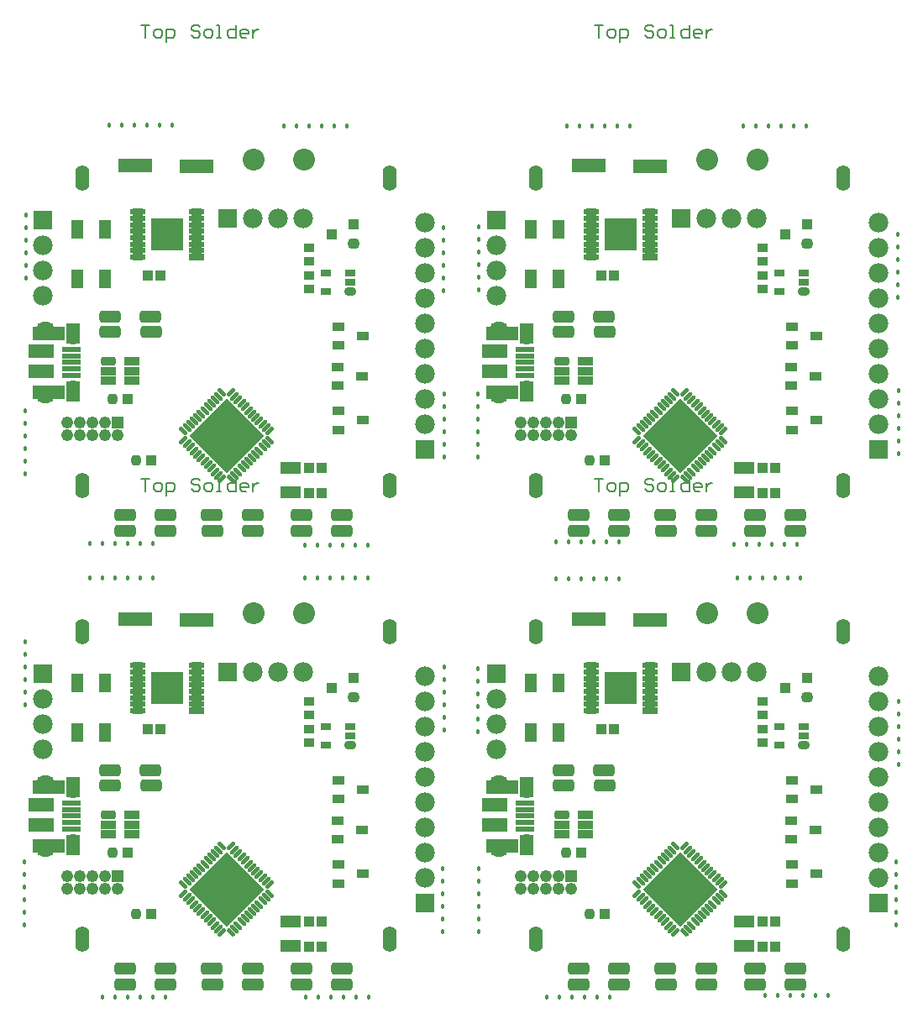
<source format=gts>
G04 Layer_Color=8388736*
%FSLAX25Y25*%
%MOIN*%
G70*
G01*
G75*
%ADD43C,0.00800*%
%ADD71R,0.04343X0.03950*%
G04:AMPARAMS|DCode=72|XSize=39.5mil|YSize=43.43mil|CornerRadius=11.87mil|HoleSize=0mil|Usage=FLASHONLY|Rotation=270.000|XOffset=0mil|YOffset=0mil|HoleType=Round|Shape=RoundedRectangle|*
%AMROUNDEDRECTD72*
21,1,0.03950,0.01969,0,0,270.0*
21,1,0.01575,0.04343,0,0,270.0*
1,1,0.02375,-0.00984,-0.00787*
1,1,0.02375,-0.00984,0.00787*
1,1,0.02375,0.00984,0.00787*
1,1,0.02375,0.00984,-0.00787*
%
%ADD72ROUNDEDRECTD72*%
%ADD73R,0.07887X0.04737*%
%ADD74R,0.04147X0.03950*%
%ADD75R,0.07690X0.02375*%
%ADD76R,0.10249X0.05524*%
%ADD77R,0.13005X0.05524*%
%ADD78R,0.05524X0.07887*%
G04:AMPARAMS|DCode=79|XSize=39.5mil|YSize=39.5mil|CornerRadius=11.87mil|HoleSize=0mil|Usage=FLASHONLY|Rotation=90.000|XOffset=0mil|YOffset=0mil|HoleType=Round|Shape=RoundedRectangle|*
%AMROUNDEDRECTD79*
21,1,0.03950,0.01575,0,0,90.0*
21,1,0.01575,0.03950,0,0,90.0*
1,1,0.02375,0.00787,0.00787*
1,1,0.02375,0.00787,-0.00787*
1,1,0.02375,-0.00787,-0.00787*
1,1,0.02375,-0.00787,0.00787*
%
%ADD79ROUNDEDRECTD79*%
%ADD80R,0.03950X0.03950*%
G04:AMPARAMS|DCode=81|XSize=35.56mil|YSize=59.18mil|CornerRadius=10.89mil|HoleSize=0mil|Usage=FLASHONLY|Rotation=90.000|XOffset=0mil|YOffset=0mil|HoleType=Round|Shape=RoundedRectangle|*
%AMROUNDEDRECTD81*
21,1,0.03556,0.03740,0,0,90.0*
21,1,0.01378,0.05918,0,0,90.0*
1,1,0.02178,0.01870,0.00689*
1,1,0.02178,0.01870,-0.00689*
1,1,0.02178,-0.01870,-0.00689*
1,1,0.02178,-0.01870,0.00689*
%
%ADD81ROUNDEDRECTD81*%
%ADD82R,0.05918X0.03556*%
G04:AMPARAMS|DCode=83|XSize=31.62mil|YSize=43.43mil|CornerRadius=9.91mil|HoleSize=0mil|Usage=FLASHONLY|Rotation=270.000|XOffset=0mil|YOffset=0mil|HoleType=Round|Shape=RoundedRectangle|*
%AMROUNDEDRECTD83*
21,1,0.03162,0.02362,0,0,270.0*
21,1,0.01181,0.04343,0,0,270.0*
1,1,0.01981,-0.01181,-0.00591*
1,1,0.01981,-0.01181,0.00591*
1,1,0.01981,0.01181,0.00591*
1,1,0.01981,0.01181,-0.00591*
%
%ADD83ROUNDEDRECTD83*%
%ADD84R,0.04343X0.03162*%
%ADD85R,0.04343X0.03753*%
G04:AMPARAMS|DCode=86|XSize=86.74mil|YSize=47.37mil|CornerRadius=13.84mil|HoleSize=0mil|Usage=FLASHONLY|Rotation=0.000|XOffset=0mil|YOffset=0mil|HoleType=Round|Shape=RoundedRectangle|*
%AMROUNDEDRECTD86*
21,1,0.08674,0.01969,0,0,0.0*
21,1,0.05906,0.04737,0,0,0.0*
1,1,0.02769,0.02953,-0.00984*
1,1,0.02769,-0.02953,-0.00984*
1,1,0.02769,-0.02953,0.00984*
1,1,0.02769,0.02953,0.00984*
%
%ADD86ROUNDEDRECTD86*%
%ADD87P,0.29805X4X180.0*%
G04:AMPARAMS|DCode=88|XSize=17.84mil|YSize=41.47mil|CornerRadius=0mil|HoleSize=0mil|Usage=FLASHONLY|Rotation=135.000|XOffset=0mil|YOffset=0mil|HoleType=Round|Shape=Round|*
%AMOVALD88*
21,1,0.02362,0.01784,0.00000,0.00000,225.0*
1,1,0.01784,0.00835,0.00835*
1,1,0.01784,-0.00835,-0.00835*
%
%ADD88OVALD88*%

G04:AMPARAMS|DCode=89|XSize=17.84mil|YSize=43.43mil|CornerRadius=0mil|HoleSize=0mil|Usage=FLASHONLY|Rotation=135.000|XOffset=0mil|YOffset=0mil|HoleType=Round|Shape=Round|*
%AMOVALD89*
21,1,0.02559,0.01784,0.00000,0.00000,225.0*
1,1,0.01784,0.00905,0.00905*
1,1,0.01784,-0.00905,-0.00905*
%
%ADD89OVALD89*%

G04:AMPARAMS|DCode=90|XSize=17.84mil|YSize=41.47mil|CornerRadius=0mil|HoleSize=0mil|Usage=FLASHONLY|Rotation=225.000|XOffset=0mil|YOffset=0mil|HoleType=Round|Shape=Round|*
%AMOVALD90*
21,1,0.02362,0.01784,0.00000,0.00000,315.0*
1,1,0.01784,-0.00835,0.00835*
1,1,0.01784,0.00835,-0.00835*
%
%ADD90OVALD90*%

G04:AMPARAMS|DCode=91|XSize=17.84mil|YSize=43.43mil|CornerRadius=0mil|HoleSize=0mil|Usage=FLASHONLY|Rotation=225.000|XOffset=0mil|YOffset=0mil|HoleType=Round|Shape=Round|*
%AMOVALD91*
21,1,0.02559,0.01784,0.00000,0.00000,315.0*
1,1,0.01784,-0.00905,0.00905*
1,1,0.01784,0.00905,-0.00905*
%
%ADD91OVALD91*%

G04:AMPARAMS|DCode=92|XSize=17.84mil|YSize=41.47mil|CornerRadius=6.46mil|HoleSize=0mil|Usage=FLASHONLY|Rotation=225.000|XOffset=0mil|YOffset=0mil|HoleType=Round|Shape=RoundedRectangle|*
%AMROUNDEDRECTD92*
21,1,0.01784,0.02854,0,0,225.0*
21,1,0.00492,0.04147,0,0,225.0*
1,1,0.01292,-0.01183,0.00835*
1,1,0.01292,-0.00835,0.01183*
1,1,0.01292,0.01183,-0.00835*
1,1,0.01292,0.00835,-0.01183*
%
%ADD92ROUNDEDRECTD92*%
%ADD93R,0.04737X0.07493*%
%ADD94R,0.12611X0.12611*%
%ADD95O,0.06312X0.02572*%
%ADD96R,0.06312X0.02572*%
%ADD97R,0.04540X0.03556*%
%ADD98R,0.13300X0.05300*%
%ADD99C,0.01800*%
%ADD100O,0.05524X0.10249*%
%ADD101O,0.06902X0.04343*%
%ADD102O,0.04540X0.05721*%
%ADD103C,0.07800*%
%ADD104R,0.07800X0.07800*%
%ADD105C,0.04800*%
%ADD106R,0.04800X0.04800*%
%ADD107R,0.07800X0.07800*%
%ADD108C,0.08674*%
D43*
X171120Y329692D02*
X174452D01*
X172786D01*
Y324694D01*
X176951D02*
X178617D01*
X179450Y325527D01*
Y327193D01*
X178617Y328026D01*
X176951D01*
X176118Y327193D01*
Y325527D01*
X176951Y324694D01*
X181116Y323028D02*
Y328026D01*
X183616D01*
X184449Y327193D01*
Y325527D01*
X183616Y324694D01*
X181116D01*
X194446Y328859D02*
X193612Y329692D01*
X191946D01*
X191113Y328859D01*
Y328026D01*
X191946Y327193D01*
X193612D01*
X194446Y326360D01*
Y325527D01*
X193612Y324694D01*
X191946D01*
X191113Y325527D01*
X196945Y324694D02*
X198611D01*
X199444Y325527D01*
Y327193D01*
X198611Y328026D01*
X196945D01*
X196112Y327193D01*
Y325527D01*
X196945Y324694D01*
X201110D02*
X202776D01*
X201943D01*
Y329692D01*
X201110D01*
X208608D02*
Y324694D01*
X206108D01*
X205275Y325527D01*
Y327193D01*
X206108Y328026D01*
X208608D01*
X212773Y324694D02*
X211107D01*
X210274Y325527D01*
Y327193D01*
X211107Y328026D01*
X212773D01*
X213606Y327193D01*
Y326360D01*
X210274D01*
X215272Y328026D02*
Y324694D01*
Y326360D01*
X216105Y327193D01*
X216938Y328026D01*
X217771D01*
X351120Y329692D02*
X354452D01*
X352786D01*
Y324694D01*
X356951D02*
X358617D01*
X359450Y325527D01*
Y327193D01*
X358617Y328026D01*
X356951D01*
X356118Y327193D01*
Y325527D01*
X356951Y324694D01*
X361116Y323028D02*
Y328026D01*
X363616D01*
X364449Y327193D01*
Y325527D01*
X363616Y324694D01*
X361116D01*
X374446Y328859D02*
X373612Y329692D01*
X371946D01*
X371113Y328859D01*
Y328026D01*
X371946Y327193D01*
X373612D01*
X374446Y326360D01*
Y325527D01*
X373612Y324694D01*
X371946D01*
X371113Y325527D01*
X376945Y324694D02*
X378611D01*
X379444Y325527D01*
Y327193D01*
X378611Y328026D01*
X376945D01*
X376112Y327193D01*
Y325527D01*
X376945Y324694D01*
X381110D02*
X382776D01*
X381943D01*
Y329692D01*
X381110D01*
X388608D02*
Y324694D01*
X386108D01*
X385275Y325527D01*
Y327193D01*
X386108Y328026D01*
X388608D01*
X392773Y324694D02*
X391107D01*
X390274Y325527D01*
Y327193D01*
X391107Y328026D01*
X392773D01*
X393606Y327193D01*
Y326360D01*
X390274D01*
X395272Y328026D02*
Y324694D01*
Y326360D01*
X396105Y327193D01*
X396938Y328026D01*
X397771D01*
X171120Y509692D02*
X174452D01*
X172786D01*
Y504694D01*
X176951D02*
X178617D01*
X179450Y505527D01*
Y507193D01*
X178617Y508026D01*
X176951D01*
X176118Y507193D01*
Y505527D01*
X176951Y504694D01*
X181116Y503028D02*
Y508026D01*
X183616D01*
X184449Y507193D01*
Y505527D01*
X183616Y504694D01*
X181116D01*
X194446Y508859D02*
X193612Y509692D01*
X191946D01*
X191113Y508859D01*
Y508026D01*
X191946Y507193D01*
X193612D01*
X194446Y506360D01*
Y505527D01*
X193612Y504694D01*
X191946D01*
X191113Y505527D01*
X196945Y504694D02*
X198611D01*
X199444Y505527D01*
Y507193D01*
X198611Y508026D01*
X196945D01*
X196112Y507193D01*
Y505527D01*
X196945Y504694D01*
X201110D02*
X202776D01*
X201943D01*
Y509692D01*
X201110D01*
X208608D02*
Y504694D01*
X206108D01*
X205275Y505527D01*
Y507193D01*
X206108Y508026D01*
X208608D01*
X212773Y504694D02*
X211107D01*
X210274Y505527D01*
Y507193D01*
X211107Y508026D01*
X212773D01*
X213606Y507193D01*
Y506360D01*
X210274D01*
X215272Y508026D02*
Y504694D01*
Y506360D01*
X216105Y507193D01*
X216938Y508026D01*
X217771D01*
X351120Y509692D02*
X354452D01*
X352786D01*
Y504694D01*
X356951D02*
X358617D01*
X359450Y505527D01*
Y507193D01*
X358617Y508026D01*
X356951D01*
X356118Y507193D01*
Y505527D01*
X356951Y504694D01*
X361116Y503028D02*
Y508026D01*
X363616D01*
X364449Y507193D01*
Y505527D01*
X363616Y504694D01*
X361116D01*
X374446Y508859D02*
X373612Y509692D01*
X371946D01*
X371113Y508859D01*
Y508026D01*
X371946Y507193D01*
X373612D01*
X374446Y506360D01*
Y505527D01*
X373612Y504694D01*
X371946D01*
X371113Y505527D01*
X376945Y504694D02*
X378611D01*
X379444Y505527D01*
Y507193D01*
X378611Y508026D01*
X376945D01*
X376112Y507193D01*
Y505527D01*
X376945Y504694D01*
X381110D02*
X382776D01*
X381943D01*
Y509692D01*
X381110D01*
X388608D02*
Y504694D01*
X386108D01*
X385275Y505527D01*
Y507193D01*
X386108Y508026D01*
X388608D01*
X392773Y504694D02*
X391107D01*
X390274Y505527D01*
Y507193D01*
X391107Y508026D01*
X392773D01*
X393606Y507193D01*
Y506360D01*
X390274D01*
X395272Y508026D02*
Y504694D01*
Y506360D01*
X396105Y507193D01*
X396938Y508026D01*
X397771D01*
D71*
X246583Y246681D02*
D03*
X255244Y250618D02*
D03*
X426583Y246681D02*
D03*
X435244Y250618D02*
D03*
X246583Y426681D02*
D03*
X255244Y430618D02*
D03*
X426583Y426681D02*
D03*
X435244Y430618D02*
D03*
D72*
X255244Y242744D02*
D03*
X435244D02*
D03*
X255244Y422744D02*
D03*
X435244D02*
D03*
D73*
X230157Y154000D02*
D03*
Y144157D02*
D03*
X410157Y154000D02*
D03*
Y144157D02*
D03*
X230157Y334000D02*
D03*
Y324157D02*
D03*
X410157Y334000D02*
D03*
Y324157D02*
D03*
D74*
X178705Y230244D02*
D03*
X173783D02*
D03*
X242618Y144000D02*
D03*
X237697D02*
D03*
X242618Y154000D02*
D03*
X237697D02*
D03*
X358705Y230244D02*
D03*
X353783D02*
D03*
X422618Y144000D02*
D03*
X417697D02*
D03*
X422618Y154000D02*
D03*
X417697D02*
D03*
X178705Y410244D02*
D03*
X173783D02*
D03*
X242618Y324000D02*
D03*
X237697D02*
D03*
X242618Y334000D02*
D03*
X237697D02*
D03*
X358705Y410244D02*
D03*
X353783D02*
D03*
X422618Y324000D02*
D03*
X417697D02*
D03*
X422618Y334000D02*
D03*
X417697D02*
D03*
D75*
X143244Y200862D02*
D03*
Y198303D02*
D03*
Y195744D02*
D03*
Y190626D02*
D03*
Y193185D02*
D03*
X323244Y200862D02*
D03*
Y198303D02*
D03*
Y195744D02*
D03*
Y190626D02*
D03*
Y193185D02*
D03*
X143244Y380862D02*
D03*
Y378303D02*
D03*
Y375744D02*
D03*
Y370626D02*
D03*
Y373185D02*
D03*
X323244Y380862D02*
D03*
Y378303D02*
D03*
Y375744D02*
D03*
Y370626D02*
D03*
Y373185D02*
D03*
D76*
X131433Y200075D02*
D03*
Y192201D02*
D03*
X311433Y200075D02*
D03*
Y192201D02*
D03*
X131433Y380075D02*
D03*
Y372201D02*
D03*
X311433Y380075D02*
D03*
Y372201D02*
D03*
D77*
X134344Y183944D02*
D03*
Y207244D02*
D03*
X314344Y183944D02*
D03*
Y207244D02*
D03*
X134344Y363944D02*
D03*
Y387244D02*
D03*
X314344Y363944D02*
D03*
Y387244D02*
D03*
D78*
X143944Y184344D02*
D03*
X144057Y207187D02*
D03*
X323944Y184344D02*
D03*
X324057Y207187D02*
D03*
X143944Y364344D02*
D03*
X144057Y387187D02*
D03*
X323944Y364344D02*
D03*
X324057Y387187D02*
D03*
D79*
X159744Y181244D02*
D03*
X169000Y157000D02*
D03*
X339744Y181244D02*
D03*
X349000Y157000D02*
D03*
X159744Y361244D02*
D03*
X169000Y337000D02*
D03*
X339744Y361244D02*
D03*
X349000Y337000D02*
D03*
D80*
X165650Y181244D02*
D03*
X174906Y157000D02*
D03*
X345650Y181244D02*
D03*
X354906Y157000D02*
D03*
X165650Y361244D02*
D03*
X174906Y337000D02*
D03*
X345650Y361244D02*
D03*
X354906Y337000D02*
D03*
D81*
X157920Y196084D02*
D03*
X337920D02*
D03*
X157920Y376084D02*
D03*
X337920D02*
D03*
D82*
X157920Y192344D02*
D03*
Y188604D02*
D03*
X167368D02*
D03*
Y192344D02*
D03*
Y196084D02*
D03*
X337920Y192344D02*
D03*
Y188604D02*
D03*
X347368D02*
D03*
Y192344D02*
D03*
Y196084D02*
D03*
X157920Y372344D02*
D03*
Y368604D02*
D03*
X167368D02*
D03*
Y372344D02*
D03*
Y376084D02*
D03*
X337920Y372344D02*
D03*
Y368604D02*
D03*
X347368D02*
D03*
Y372344D02*
D03*
Y376084D02*
D03*
D83*
X253824Y223760D02*
D03*
X433824D02*
D03*
X253824Y403760D02*
D03*
X433824D02*
D03*
D84*
X253824Y227500D02*
D03*
Y231240D02*
D03*
X244376D02*
D03*
Y223760D02*
D03*
X433824Y227500D02*
D03*
Y231240D02*
D03*
X424376D02*
D03*
Y223760D02*
D03*
X253824Y407500D02*
D03*
Y411240D02*
D03*
X244376D02*
D03*
Y403760D02*
D03*
X433824Y407500D02*
D03*
Y411240D02*
D03*
X424376D02*
D03*
Y403760D02*
D03*
D85*
X237600Y224843D02*
D03*
Y230157D02*
D03*
Y241157D02*
D03*
Y235843D02*
D03*
X417600Y224843D02*
D03*
Y230157D02*
D03*
Y241157D02*
D03*
Y235843D02*
D03*
X237600Y404843D02*
D03*
Y410157D02*
D03*
Y421157D02*
D03*
Y415843D02*
D03*
X417600Y404843D02*
D03*
Y410157D02*
D03*
Y421157D02*
D03*
Y415843D02*
D03*
D86*
X158744Y207744D02*
D03*
X174886D02*
D03*
X158744Y214043D02*
D03*
X174744D02*
D03*
X199244Y128945D02*
D03*
X215244D02*
D03*
X199102Y135244D02*
D03*
X215244D02*
D03*
X164744Y128945D02*
D03*
X180744D02*
D03*
X164602Y135244D02*
D03*
X180744D02*
D03*
X250744D02*
D03*
X234602D02*
D03*
X250744Y128945D02*
D03*
X234744D02*
D03*
X338744Y207744D02*
D03*
X354886D02*
D03*
X338744Y214043D02*
D03*
X354744D02*
D03*
X379244Y128945D02*
D03*
X395244D02*
D03*
X379102Y135244D02*
D03*
X395244D02*
D03*
X344744Y128945D02*
D03*
X360744D02*
D03*
X344602Y135244D02*
D03*
X360744D02*
D03*
X430744D02*
D03*
X414602D02*
D03*
X430744Y128945D02*
D03*
X414744D02*
D03*
X158744Y387744D02*
D03*
X174886D02*
D03*
X158744Y394043D02*
D03*
X174744D02*
D03*
X199244Y308945D02*
D03*
X215244D02*
D03*
X199102Y315244D02*
D03*
X215244D02*
D03*
X164744Y308945D02*
D03*
X180744D02*
D03*
X164602Y315244D02*
D03*
X180744D02*
D03*
X250744D02*
D03*
X234602D02*
D03*
X250744Y308945D02*
D03*
X234744D02*
D03*
X338744Y387744D02*
D03*
X354886D02*
D03*
X338744Y394043D02*
D03*
X354744D02*
D03*
X379244Y308945D02*
D03*
X395244D02*
D03*
X379102Y315244D02*
D03*
X395244D02*
D03*
X344744Y308945D02*
D03*
X360744D02*
D03*
X344602Y315244D02*
D03*
X360744D02*
D03*
X430744D02*
D03*
X414602D02*
D03*
X430744Y308945D02*
D03*
X414744D02*
D03*
D87*
X204900Y166600D02*
D03*
X384900D02*
D03*
X204900Y346600D02*
D03*
X384900D02*
D03*
D88*
X203091Y149479D02*
D03*
X187779Y164791D02*
D03*
X206709Y183721D02*
D03*
X222021Y168409D02*
D03*
X383091Y149479D02*
D03*
X367779Y164791D02*
D03*
X386709Y183721D02*
D03*
X402021Y168409D02*
D03*
X203091Y329479D02*
D03*
X187779Y344791D02*
D03*
X206709Y363721D02*
D03*
X222021Y348409D02*
D03*
X383091Y329479D02*
D03*
X367779Y344791D02*
D03*
X386709Y363721D02*
D03*
X402021Y348409D02*
D03*
D89*
X201768Y150941D02*
D03*
X200376Y152333D02*
D03*
X198984Y153725D02*
D03*
X197592Y155116D02*
D03*
X196200Y156508D02*
D03*
X194808Y157900D02*
D03*
X193416Y159292D02*
D03*
X192025Y160684D02*
D03*
X190633Y162076D02*
D03*
X189241Y163468D02*
D03*
X208032Y182259D02*
D03*
X209424Y180867D02*
D03*
X210816Y179475D02*
D03*
X212208Y178084D02*
D03*
X213600Y176692D02*
D03*
X214992Y175300D02*
D03*
X216384Y173908D02*
D03*
X217775Y172516D02*
D03*
X219167Y171124D02*
D03*
X220559Y169732D02*
D03*
X381768Y150941D02*
D03*
X380376Y152333D02*
D03*
X378984Y153725D02*
D03*
X377592Y155116D02*
D03*
X376200Y156508D02*
D03*
X374808Y157900D02*
D03*
X373416Y159292D02*
D03*
X372025Y160684D02*
D03*
X370633Y162076D02*
D03*
X369241Y163468D02*
D03*
X388032Y182259D02*
D03*
X389424Y180867D02*
D03*
X390816Y179475D02*
D03*
X392208Y178084D02*
D03*
X393600Y176692D02*
D03*
X394992Y175300D02*
D03*
X396384Y173908D02*
D03*
X397775Y172516D02*
D03*
X399167Y171124D02*
D03*
X400559Y169732D02*
D03*
X201768Y330941D02*
D03*
X200376Y332333D02*
D03*
X198984Y333725D02*
D03*
X197592Y335116D02*
D03*
X196200Y336508D02*
D03*
X194808Y337900D02*
D03*
X193416Y339292D02*
D03*
X192025Y340684D02*
D03*
X190633Y342076D02*
D03*
X189241Y343468D02*
D03*
X208032Y362259D02*
D03*
X209424Y360867D02*
D03*
X210816Y359475D02*
D03*
X212208Y358084D02*
D03*
X213600Y356692D02*
D03*
X214992Y355300D02*
D03*
X216384Y353908D02*
D03*
X217775Y352516D02*
D03*
X219167Y351124D02*
D03*
X220559Y349732D02*
D03*
X381768Y330941D02*
D03*
X380376Y332333D02*
D03*
X378984Y333725D02*
D03*
X377592Y335116D02*
D03*
X376200Y336508D02*
D03*
X374808Y337900D02*
D03*
X373416Y339292D02*
D03*
X372025Y340684D02*
D03*
X370633Y342076D02*
D03*
X369241Y343468D02*
D03*
X388032Y362259D02*
D03*
X389424Y360867D02*
D03*
X390816Y359475D02*
D03*
X392208Y358084D02*
D03*
X393600Y356692D02*
D03*
X394992Y355300D02*
D03*
X396384Y353908D02*
D03*
X397775Y352516D02*
D03*
X399167Y351124D02*
D03*
X400559Y349732D02*
D03*
D90*
X187779Y168409D02*
D03*
X203091Y183721D02*
D03*
X222021Y164791D02*
D03*
X367779Y168409D02*
D03*
X383091Y183721D02*
D03*
X402021Y164791D02*
D03*
X187779Y348409D02*
D03*
X203091Y363721D02*
D03*
X222021Y344791D02*
D03*
X367779Y348409D02*
D03*
X383091Y363721D02*
D03*
X402021Y344791D02*
D03*
D91*
X189241Y169732D02*
D03*
X190633Y171124D02*
D03*
X192025Y172516D02*
D03*
X193416Y173908D02*
D03*
X194808Y175300D02*
D03*
X196200Y176692D02*
D03*
X197592Y178084D02*
D03*
X198984Y179475D02*
D03*
X200376Y180867D02*
D03*
X201768Y182259D02*
D03*
X220559Y163468D02*
D03*
X219167Y162076D02*
D03*
X217775Y160684D02*
D03*
X216384Y159292D02*
D03*
X214992Y157900D02*
D03*
X213600Y156508D02*
D03*
X212208Y155116D02*
D03*
X210816Y153725D02*
D03*
X209424Y152333D02*
D03*
X208032Y150941D02*
D03*
X369241Y169732D02*
D03*
X370633Y171124D02*
D03*
X372025Y172516D02*
D03*
X373416Y173908D02*
D03*
X374808Y175300D02*
D03*
X376200Y176692D02*
D03*
X377592Y178084D02*
D03*
X378984Y179475D02*
D03*
X380376Y180867D02*
D03*
X381768Y182259D02*
D03*
X400559Y163468D02*
D03*
X399167Y162076D02*
D03*
X397775Y160684D02*
D03*
X396384Y159292D02*
D03*
X394992Y157900D02*
D03*
X393600Y156508D02*
D03*
X392208Y155116D02*
D03*
X390816Y153725D02*
D03*
X389424Y152333D02*
D03*
X388032Y150941D02*
D03*
X189241Y349732D02*
D03*
X190633Y351124D02*
D03*
X192025Y352516D02*
D03*
X193416Y353908D02*
D03*
X194808Y355300D02*
D03*
X196200Y356692D02*
D03*
X197592Y358084D02*
D03*
X198984Y359475D02*
D03*
X200376Y360867D02*
D03*
X201768Y362259D02*
D03*
X220559Y343468D02*
D03*
X219167Y342076D02*
D03*
X217775Y340684D02*
D03*
X216384Y339292D02*
D03*
X214992Y337900D02*
D03*
X213600Y336508D02*
D03*
X212208Y335116D02*
D03*
X210816Y333725D02*
D03*
X209424Y332333D02*
D03*
X208032Y330941D02*
D03*
X369241Y349732D02*
D03*
X370633Y351124D02*
D03*
X372025Y352516D02*
D03*
X373416Y353908D02*
D03*
X374808Y355300D02*
D03*
X376200Y356692D02*
D03*
X377592Y358084D02*
D03*
X378984Y359475D02*
D03*
X380376Y360867D02*
D03*
X381768Y362259D02*
D03*
X400559Y343468D02*
D03*
X399167Y342076D02*
D03*
X397775Y340684D02*
D03*
X396384Y339292D02*
D03*
X394992Y337900D02*
D03*
X393600Y336508D02*
D03*
X392208Y335116D02*
D03*
X390816Y333725D02*
D03*
X389424Y332333D02*
D03*
X388032Y330941D02*
D03*
D92*
X206709Y149479D02*
D03*
X386709D02*
D03*
X206709Y329479D02*
D03*
X386709D02*
D03*
D93*
X145632Y228844D02*
D03*
X156656D02*
D03*
X145532Y248544D02*
D03*
X156556D02*
D03*
X325632Y228844D02*
D03*
X336656D02*
D03*
X325532Y248544D02*
D03*
X336556D02*
D03*
X145632Y408844D02*
D03*
X156656D02*
D03*
X145532Y428544D02*
D03*
X156556D02*
D03*
X325632Y408844D02*
D03*
X336656D02*
D03*
X325532Y428544D02*
D03*
X336556D02*
D03*
D94*
X181344Y246544D02*
D03*
X361344D02*
D03*
X181344Y426544D02*
D03*
X361344D02*
D03*
D95*
X169730Y255501D02*
D03*
Y252942D02*
D03*
Y250383D02*
D03*
Y247824D02*
D03*
Y245265D02*
D03*
Y242706D02*
D03*
Y240146D02*
D03*
Y237587D02*
D03*
X192958Y255501D02*
D03*
Y252942D02*
D03*
Y250383D02*
D03*
Y247824D02*
D03*
Y245265D02*
D03*
Y242706D02*
D03*
Y240146D02*
D03*
X349730Y255501D02*
D03*
Y252942D02*
D03*
Y250383D02*
D03*
Y247824D02*
D03*
Y245265D02*
D03*
Y242706D02*
D03*
Y240146D02*
D03*
Y237587D02*
D03*
X372958Y255501D02*
D03*
Y252942D02*
D03*
Y250383D02*
D03*
Y247824D02*
D03*
Y245265D02*
D03*
Y242706D02*
D03*
Y240146D02*
D03*
X169730Y435501D02*
D03*
Y432942D02*
D03*
Y430383D02*
D03*
Y427824D02*
D03*
Y425265D02*
D03*
Y422706D02*
D03*
Y420146D02*
D03*
Y417587D02*
D03*
X192958Y435501D02*
D03*
Y432942D02*
D03*
Y430383D02*
D03*
Y427824D02*
D03*
Y425265D02*
D03*
Y422706D02*
D03*
Y420146D02*
D03*
X349730Y435501D02*
D03*
Y432942D02*
D03*
Y430383D02*
D03*
Y427824D02*
D03*
Y425265D02*
D03*
Y422706D02*
D03*
Y420146D02*
D03*
Y417587D02*
D03*
X372958Y435501D02*
D03*
Y432942D02*
D03*
Y430383D02*
D03*
Y427824D02*
D03*
Y425265D02*
D03*
Y422706D02*
D03*
Y420146D02*
D03*
D96*
X192958Y237587D02*
D03*
X372958D02*
D03*
X192958Y417587D02*
D03*
X372958D02*
D03*
D97*
X259067Y172744D02*
D03*
X249421Y169004D02*
D03*
Y176484D02*
D03*
X258567Y190244D02*
D03*
X248921Y186504D02*
D03*
Y193984D02*
D03*
X259067Y206244D02*
D03*
X249421Y202504D02*
D03*
Y209984D02*
D03*
X439067Y172744D02*
D03*
X429421Y169004D02*
D03*
Y176484D02*
D03*
X438567Y190244D02*
D03*
X428921Y186504D02*
D03*
Y193984D02*
D03*
X439067Y206244D02*
D03*
X429421Y202504D02*
D03*
Y209984D02*
D03*
X259067Y352744D02*
D03*
X249421Y349004D02*
D03*
Y356484D02*
D03*
X258567Y370244D02*
D03*
X248921Y366504D02*
D03*
Y373984D02*
D03*
X259067Y386244D02*
D03*
X249421Y382504D02*
D03*
Y389984D02*
D03*
X439067Y352744D02*
D03*
X429421Y349004D02*
D03*
Y356484D02*
D03*
X438567Y370244D02*
D03*
X428921Y366504D02*
D03*
Y373984D02*
D03*
X439067Y386244D02*
D03*
X429421Y382504D02*
D03*
Y389984D02*
D03*
D98*
X168644Y273744D02*
D03*
X193044Y273687D02*
D03*
X348644Y273744D02*
D03*
X373044Y273687D02*
D03*
X168644Y453744D02*
D03*
X193044Y453687D02*
D03*
X348644Y453744D02*
D03*
X373044Y453687D02*
D03*
D99*
X125000Y260000D02*
D03*
Y265000D02*
D03*
Y255000D02*
D03*
Y250000D02*
D03*
Y245000D02*
D03*
Y240000D02*
D03*
X124600Y152500D02*
D03*
Y157500D02*
D03*
Y162500D02*
D03*
Y167500D02*
D03*
Y177500D02*
D03*
Y172500D02*
D03*
X290600Y150000D02*
D03*
Y155000D02*
D03*
Y160000D02*
D03*
Y165000D02*
D03*
Y175000D02*
D03*
Y170000D02*
D03*
X305100Y150000D02*
D03*
Y155000D02*
D03*
Y160000D02*
D03*
Y165000D02*
D03*
Y175000D02*
D03*
Y170000D02*
D03*
X291400Y229800D02*
D03*
Y234800D02*
D03*
Y239800D02*
D03*
Y244800D02*
D03*
Y254800D02*
D03*
Y249800D02*
D03*
X304800Y229300D02*
D03*
Y234300D02*
D03*
Y239300D02*
D03*
Y244300D02*
D03*
Y254300D02*
D03*
Y249300D02*
D03*
X125200Y409200D02*
D03*
Y414200D02*
D03*
Y419200D02*
D03*
Y424200D02*
D03*
Y434200D02*
D03*
Y429200D02*
D03*
X291200Y338300D02*
D03*
Y343300D02*
D03*
Y348300D02*
D03*
Y353300D02*
D03*
Y363300D02*
D03*
Y358300D02*
D03*
X291000Y404100D02*
D03*
Y409100D02*
D03*
Y414100D02*
D03*
Y419100D02*
D03*
Y429100D02*
D03*
Y424100D02*
D03*
X304900Y404500D02*
D03*
Y409500D02*
D03*
Y414500D02*
D03*
Y419500D02*
D03*
Y429500D02*
D03*
Y424500D02*
D03*
X304700Y338200D02*
D03*
Y343200D02*
D03*
Y348200D02*
D03*
Y353200D02*
D03*
Y363200D02*
D03*
Y358200D02*
D03*
X471200Y401400D02*
D03*
Y406400D02*
D03*
Y411400D02*
D03*
Y416400D02*
D03*
Y426400D02*
D03*
Y421400D02*
D03*
X471600Y339500D02*
D03*
Y344500D02*
D03*
Y349500D02*
D03*
Y354500D02*
D03*
Y364500D02*
D03*
Y359500D02*
D03*
Y216100D02*
D03*
Y221100D02*
D03*
Y226100D02*
D03*
Y231100D02*
D03*
Y241100D02*
D03*
Y236100D02*
D03*
X470600Y152500D02*
D03*
Y157500D02*
D03*
Y162500D02*
D03*
Y167500D02*
D03*
Y177500D02*
D03*
Y172500D02*
D03*
X443700Y124400D02*
D03*
X438700D02*
D03*
X433700D02*
D03*
X428700D02*
D03*
X418700D02*
D03*
X423700D02*
D03*
X357000Y124000D02*
D03*
X352000D02*
D03*
X347000D02*
D03*
X342000D02*
D03*
X332000D02*
D03*
X337000D02*
D03*
X360500Y289900D02*
D03*
X355500D02*
D03*
X350500D02*
D03*
X345500D02*
D03*
X335500D02*
D03*
X340500D02*
D03*
X432500Y290100D02*
D03*
X427500D02*
D03*
X422500D02*
D03*
X417500D02*
D03*
X407500D02*
D03*
X412500D02*
D03*
X431400Y303700D02*
D03*
X426400D02*
D03*
X421400D02*
D03*
X416400D02*
D03*
X406400D02*
D03*
X411400D02*
D03*
X360600Y304500D02*
D03*
X355600D02*
D03*
X350600D02*
D03*
X345600D02*
D03*
X335600D02*
D03*
X340600D02*
D03*
X365000Y469600D02*
D03*
X360000D02*
D03*
X355000D02*
D03*
X350000D02*
D03*
X340000D02*
D03*
X345000D02*
D03*
X435000D02*
D03*
X430000D02*
D03*
X425000D02*
D03*
X420000D02*
D03*
X410000D02*
D03*
X415000D02*
D03*
X252600D02*
D03*
X247600D02*
D03*
X242600D02*
D03*
X237600D02*
D03*
X227600D02*
D03*
X232600D02*
D03*
X183200Y469800D02*
D03*
X178200D02*
D03*
X173200D02*
D03*
X168200D02*
D03*
X158200D02*
D03*
X163200D02*
D03*
X175500Y303900D02*
D03*
X170500D02*
D03*
X165500D02*
D03*
X160500D02*
D03*
X150500D02*
D03*
X155500D02*
D03*
X175700Y290100D02*
D03*
X170700D02*
D03*
X165700D02*
D03*
X160700D02*
D03*
X150700D02*
D03*
X155700D02*
D03*
X260900Y303300D02*
D03*
X255900D02*
D03*
X250900D02*
D03*
X245900D02*
D03*
X235900D02*
D03*
X240900D02*
D03*
X261100Y290100D02*
D03*
X256100D02*
D03*
X251100D02*
D03*
X246100D02*
D03*
X236100D02*
D03*
X241100D02*
D03*
X261300Y123800D02*
D03*
X256300D02*
D03*
X251300D02*
D03*
X246300D02*
D03*
X236300D02*
D03*
X241300D02*
D03*
X180500Y124000D02*
D03*
X175500D02*
D03*
X170500D02*
D03*
X165500D02*
D03*
X155500D02*
D03*
X160500D02*
D03*
X125100Y351700D02*
D03*
Y356700D02*
D03*
Y346700D02*
D03*
Y341700D02*
D03*
Y336700D02*
D03*
Y331700D02*
D03*
D100*
X147744Y146744D02*
D03*
X269791D02*
D03*
Y268791D02*
D03*
X147744D02*
D03*
X327744Y146744D02*
D03*
X449791D02*
D03*
Y268791D02*
D03*
X327744D02*
D03*
X147744Y326744D02*
D03*
X269791D02*
D03*
Y448791D02*
D03*
X147744D02*
D03*
X327744Y326744D02*
D03*
X449791D02*
D03*
Y448791D02*
D03*
X327744D02*
D03*
D101*
X133008Y181964D02*
D03*
Y209524D02*
D03*
X313008Y181964D02*
D03*
Y209524D02*
D03*
X133008Y361964D02*
D03*
Y389524D02*
D03*
X313008Y361964D02*
D03*
Y389524D02*
D03*
D102*
X144031Y185901D02*
D03*
Y205587D02*
D03*
X324031Y185901D02*
D03*
Y205587D02*
D03*
X144031Y365901D02*
D03*
Y385587D02*
D03*
X324031Y365901D02*
D03*
Y385587D02*
D03*
D103*
X132044Y222344D02*
D03*
Y232344D02*
D03*
Y242344D02*
D03*
X235244Y252744D02*
D03*
X225244D02*
D03*
X215244D02*
D03*
X283500Y171200D02*
D03*
Y181200D02*
D03*
Y191200D02*
D03*
Y201200D02*
D03*
Y211200D02*
D03*
Y221200D02*
D03*
Y231200D02*
D03*
Y241200D02*
D03*
Y251200D02*
D03*
X312044Y222344D02*
D03*
Y232344D02*
D03*
Y242344D02*
D03*
X415244Y252744D02*
D03*
X405244D02*
D03*
X395244D02*
D03*
X463500Y171200D02*
D03*
Y181200D02*
D03*
Y191200D02*
D03*
Y201200D02*
D03*
Y211200D02*
D03*
Y221200D02*
D03*
Y231200D02*
D03*
Y241200D02*
D03*
Y251200D02*
D03*
X132044Y402344D02*
D03*
Y412344D02*
D03*
Y422344D02*
D03*
X235244Y432744D02*
D03*
X225244D02*
D03*
X215244D02*
D03*
X283500Y351200D02*
D03*
Y361200D02*
D03*
Y371200D02*
D03*
Y381200D02*
D03*
Y391200D02*
D03*
Y401200D02*
D03*
Y411200D02*
D03*
Y421200D02*
D03*
Y431200D02*
D03*
X312044Y402344D02*
D03*
Y412344D02*
D03*
Y422344D02*
D03*
X415244Y432744D02*
D03*
X405244D02*
D03*
X395244D02*
D03*
X463500Y351200D02*
D03*
Y361200D02*
D03*
Y371200D02*
D03*
Y381200D02*
D03*
Y391200D02*
D03*
Y401200D02*
D03*
Y411200D02*
D03*
Y421200D02*
D03*
Y431200D02*
D03*
D104*
X132044Y252344D02*
D03*
X312044D02*
D03*
X132044Y432344D02*
D03*
X312044D02*
D03*
D105*
X141744Y166744D02*
D03*
Y171744D02*
D03*
X146744Y166744D02*
D03*
Y171744D02*
D03*
X151744Y166744D02*
D03*
Y171744D02*
D03*
X156744Y166744D02*
D03*
Y171744D02*
D03*
X161744Y166744D02*
D03*
X321744D02*
D03*
Y171744D02*
D03*
X326744Y166744D02*
D03*
Y171744D02*
D03*
X331744Y166744D02*
D03*
Y171744D02*
D03*
X336744Y166744D02*
D03*
Y171744D02*
D03*
X341744Y166744D02*
D03*
X141744Y346744D02*
D03*
Y351744D02*
D03*
X146744Y346744D02*
D03*
Y351744D02*
D03*
X151744Y346744D02*
D03*
Y351744D02*
D03*
X156744Y346744D02*
D03*
Y351744D02*
D03*
X161744Y346744D02*
D03*
X321744D02*
D03*
Y351744D02*
D03*
X326744Y346744D02*
D03*
Y351744D02*
D03*
X331744Y346744D02*
D03*
Y351744D02*
D03*
X336744Y346744D02*
D03*
Y351744D02*
D03*
X341744Y346744D02*
D03*
D106*
X161744Y171744D02*
D03*
X341744D02*
D03*
X161744Y351744D02*
D03*
X341744D02*
D03*
D107*
X205244Y252744D02*
D03*
X283500Y161200D02*
D03*
X385244Y252744D02*
D03*
X463500Y161200D02*
D03*
X205244Y432744D02*
D03*
X283500Y341200D02*
D03*
X385244Y432744D02*
D03*
X463500Y341200D02*
D03*
D108*
X235744Y276244D02*
D03*
X215744D02*
D03*
X415744D02*
D03*
X395744D02*
D03*
X235744Y456244D02*
D03*
X215744D02*
D03*
X415744D02*
D03*
X395744D02*
D03*
M02*

</source>
